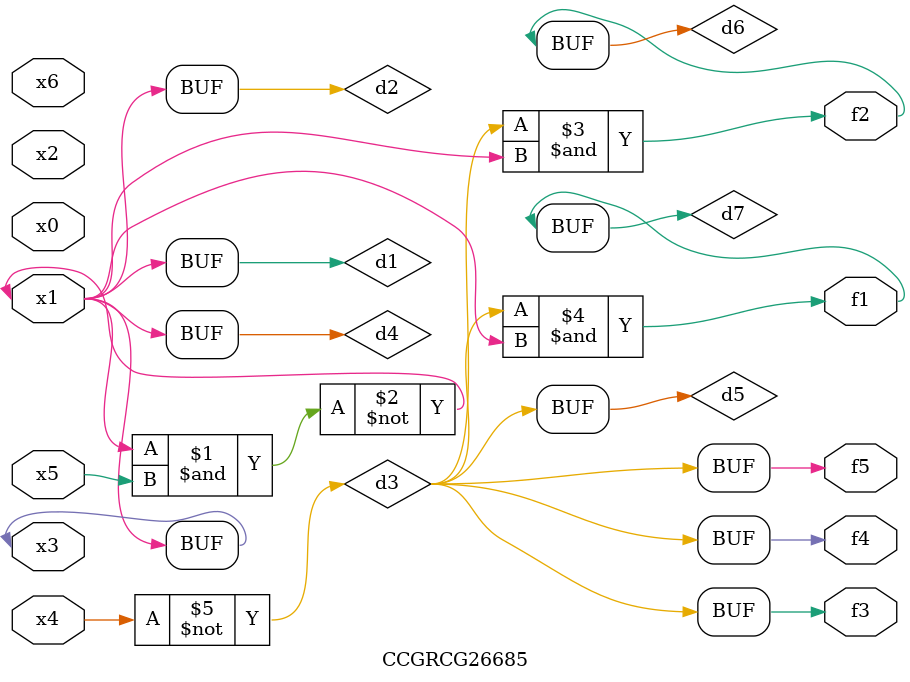
<source format=v>
module CCGRCG26685(
	input x0, x1, x2, x3, x4, x5, x6,
	output f1, f2, f3, f4, f5
);

	wire d1, d2, d3, d4, d5, d6, d7;

	buf (d1, x1, x3);
	nand (d2, x1, x5);
	not (d3, x4);
	buf (d4, d1, d2);
	buf (d5, d3);
	and (d6, d3, d4);
	and (d7, d3, d4);
	assign f1 = d7;
	assign f2 = d6;
	assign f3 = d5;
	assign f4 = d5;
	assign f5 = d5;
endmodule

</source>
